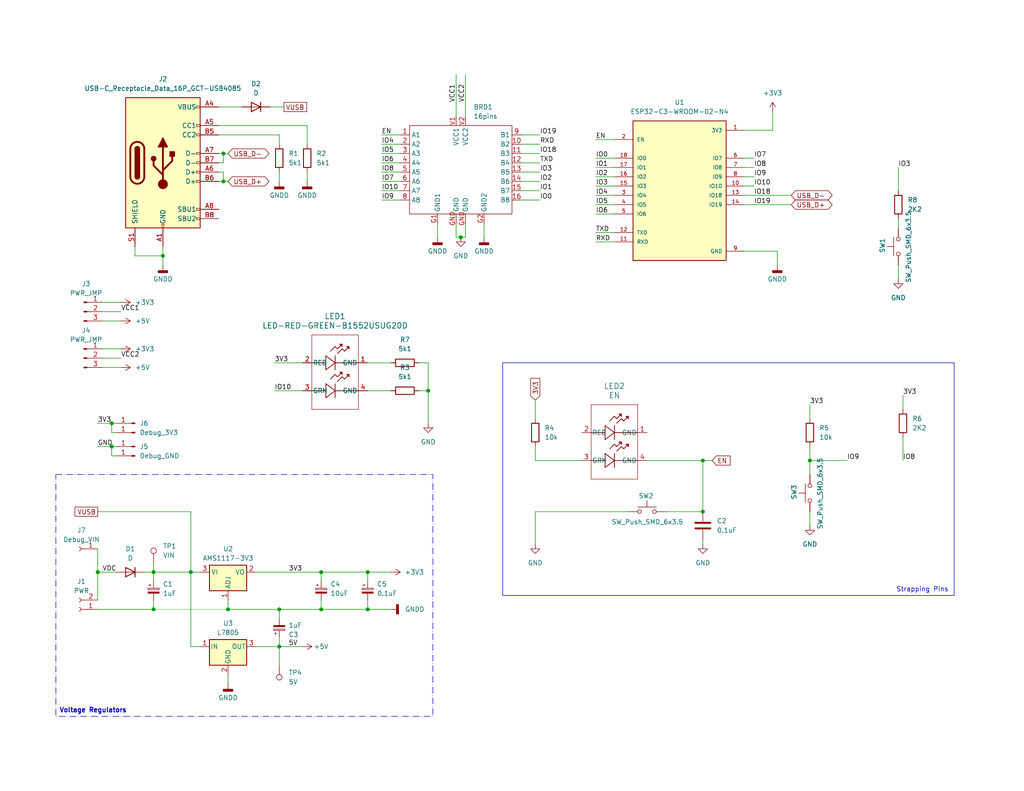
<source format=kicad_sch>
(kicad_sch (version 20231120) (generator "eeschema") (generator_version "8.0")
  (paper "USLetter")
  (title_block (title "ESP32-C3, Power Supply and Breadboard Adapter Combo") (date "2024-08-19") (rev "v2.5"))
  (lib_symbols
    (symbol "+5V_1" (power) (pin_numbers hide) (pin_names (offset 0) hide)
      (property "Value" "+5V" (at 0 3.556 0))
      (symbol "+5V_1_0_1"
        (polyline (pts (xy -0.762 1.27) (xy 0 2.54)))
        (polyline (pts (xy 0 0) (xy 0 2.54)))
        (polyline (pts (xy 0 2.54) (xy 0.762 1.27)))
      )
      (symbol "+5V_1_1_1"
        (pin power_in line (at 0 0 90) (length 0) (name "~") (number "1"))
      )
    )
    (symbol "Alexander KiCad Libraries:AMS1117-3V3" (exclude_from_sim yes)
      (property "Reference" "U" (at 0 -0.254 0))
      (property "Value" "AMS1117-3V3" (at -0.508 1.778 0))
      (symbol "AMS1117-3V3_0_1"
        (rectangle (start -5.08 -8.89) (end 5.08 -1.905) (stroke (width 0.254)) (fill (type background)))
      )
      (symbol "AMS1117-3V3_1_1"
        (pin power_out line (at 0 -11.43 90) (length 2.54) (name "ADJ") (number "1"))
        (pin power_out line (at 7.62 -3.81 180) (length 2.54) (name "VO") (number "2"))
        (pin power_in line (at -7.62 -3.81 0) (length 2.54) (name "VI") (number "3"))
      )
    )
    (symbol "Alexander KiCad Libraries:BRD-PowerAdapter-ESP32C3"
      (property "Reference" "BRD" (at -11.176 3.302 0))
      (property "Value" "16pins" (at 0.508 -10.922 0))
      (symbol "BRD-PowerAdapter-ESP32C3_0_1"
        (rectangle (start -13.97 0) (end 13.97 -24.13))
      )
      (symbol "BRD-PowerAdapter-ESP32C3_1_0"
        (pin bidirectional line (at 16.51 -5.08 180) (length 2.54) (name "B2") (number "10"))
        (pin bidirectional line (at 16.51 -7.62 180) (length 2.54) (name "B3") (number "11"))
        (pin bidirectional line (at 16.51 -10.16 180) (length 2.54) (name "B4") (number "12"))
        (pin bidirectional line (at 16.51 -12.7 180) (length 2.54) (name "B5") (number "13"))
        (pin bidirectional line (at 16.51 -15.24 180) (length 2.54) (name "B6") (number "14"))
        (pin bidirectional line (at 16.51 -17.78 180) (length 2.54) (name "B7") (number "15"))
        (pin bidirectional line (at 16.51 -20.32 180) (length 2.54) (name "B8") (number "16"))
        (pin bidirectional line (at -16.51 -5.08 0) (length 2.54) (name "A2") (number "2"))
        (pin bidirectional line (at -16.51 -7.62 0) (length 2.54) (name "A3") (number "3"))
        (pin bidirectional line (at -16.51 -10.16 0) (length 2.54) (name "A4") (number "4"))
        (pin bidirectional line (at -16.51 -12.7 0) (length 2.54) (name "A5") (number "5"))
        (pin bidirectional line (at -16.51 -15.24 0) (length 2.54) (name "A6") (number "6"))
        (pin bidirectional line (at -16.51 -17.78 0) (length 2.54) (name "A7") (number "7"))
        (pin bidirectional line (at -16.51 -20.32 0) (length 2.54) (name "A8") (number "8"))
      )
      (symbol "BRD-PowerAdapter-ESP32C3_1_1"
        (pin bidirectional line (at -16.51 -2.54 0) (length 2.54) (name "A1") (number "1"))
        (pin input line (at 16.51 -2.54 180) (length 2.54) (name "B1") (number "9"))
        (pin input line (at -6.35 -26.67 90) (length 2.54) (name "GND1") (number "G1"))
        (pin input line (at 6.35 -26.67 90) (length 2.54) (name "GND2") (number "G2"))
        (pin input line (at -1.27 -26.67 90) (length 2.54) (name "GND") (number "GND"))
        (pin input line (at 1.27 -26.67 90) (length 2.54) (name "GND") (number "GND"))
        (pin input line (at -1.27 2.54 270) (length 2.54) (name "VCC1") (number "V1"))
        (pin input line (at 1.27 2.54 270) (length 2.54) (name "VCC2") (number "V2"))
      )
    )
    (symbol "Alexander KiCad Libraries:Conn_Debug_01x02_Pin" (pin_names (offset 1.016) hide)
      (property "Reference" "J" (at 0 2.54 0))
      (property "Value" "Conn_Debug_01x02_Pin" (at 0 -5.08 0))
      (symbol "Conn_Debug_01x02_Pin_1_1"
        (polyline (pts (xy 1.27 -2.54) (xy 0.8636 -2.54)) (stroke (width 0.1524)))
        (polyline (pts (xy 1.27 0) (xy 0.8636 0)) (stroke (width 0.1524)))
        (rectangle (start 0.8636 -2.413) (end 0 -2.667) (stroke (width 0.1524)) (fill (type outline)))
        (rectangle (start 0.8636 0.127) (end 0 -0.127) (stroke (width 0.1524)) (fill (type outline)))
        (pin passive line (at 5.08 -2.54 180) (length 3.81) (name "DBG") (number "1"))
        (pin passive line (at 5.08 0 180) (length 3.81) (name "DBG") (number "1"))
      )
    )
    (symbol "Alexander KiCad Libraries:ESP32-C3-WROOM-02-N4" (pin_names (offset 1.016))
      (property "Reference" "U" (at -12.7 21.082 0))
      (property "Value" "ESP32-C3-WROOM-02-N4" (at -13.208 -19.05 0))
      (symbol "ESP32-C3-WROOM-02-N4_0_0"
        (rectangle (start -12.7 20.32) (end 12.7 -17.78) (stroke (width 0.254)) (fill (type background)))
        (pin power_in line (at 17.78 17.78 180) (length 5.08) (name "3V3") (number "1"))
        (pin bidirectional line (at 17.78 2.54 180) (length 5.08) (name "IO10") (number "10"))
        (pin bidirectional line (at -17.78 -12.7 0) (length 5.08) (name "RXD") (number "11"))
        (pin bidirectional line (at -17.78 -10.16 0) (length 5.08) (name "TXD") (number "12"))
        (pin bidirectional line (at 17.78 0 180) (length 5.08) (name "IO18") (number "13"))
        (pin bidirectional line (at 17.78 -2.54 180) (length 5.08) (name "IO19") (number "14"))
        (pin bidirectional line (at -17.78 2.54 0) (length 5.08) (name "IO3") (number "15"))
        (pin bidirectional line (at -17.78 5.08 0) (length 5.08) (name "IO2") (number "16"))
        (pin bidirectional line (at -17.78 7.62 0) (length 5.08) (name "IO1") (number "17"))
        (pin bidirectional line (at -17.78 10.16 0) (length 5.08) (name "IO0") (number "18"))
        (pin power_in line (at 17.78 -15.24 180) (length 5.08) hide (name "GND__1") (number "19"))
        (pin input line (at -17.78 15.24 0) (length 5.08) (name "EN") (number "2"))
        (pin power_in line (at 17.78 -15.24 180) (length 5.08) hide (name "GND__2") (number "20"))
        (pin power_in line (at 17.78 -15.24 180) (length 5.08) hide (name "GND__3") (number "21"))
        (pin power_in line (at 17.78 -15.24 180) (length 5.08) hide (name "GND__4") (number "22"))
        (pin power_in line (at 17.78 -15.24 180) (length 5.08) hide (name "GND__5") (number "23"))
        (pin power_in line (at 17.78 -15.24 180) (length 5.08) hide (name "GND__6") (number "24"))
        (pin power_in line (at 17.78 -15.24 180) (length 5.08) hide (name "GND__7") (number "25"))
        (pin power_in line (at 17.78 -15.24 180) (length 5.08) hide (name "GND__8") (number "26"))
        (pin power_in line (at 17.78 -15.24 180) (length 5.08) hide (name "GND__9") (number "27"))
        (pin power_in line (at 17.78 -15.24 180) (length 5.08) hide (name "GND__10") (number "28"))
        (pin power_in line (at 17.78 -15.24 180) (length 5.08) hide (name "GND__11") (number "29"))
        (pin bidirectional line (at -17.78 0 0) (length 5.08) (name "IO4") (number "3"))
        (pin power_in line (at 17.78 -15.24 180) (length 5.08) hide (name "GND__12") (number "30"))
        (pin power_in line (at 17.78 -15.24 180) (length 5.08) hide (name "GND__13") (number "31"))
        (pin power_in line (at 17.78 -15.24 180) (length 5.08) hide (name "GND__14") (number "32"))
        (pin power_in line (at 17.78 -15.24 180) (length 5.08) hide (name "GND__15") (number "33"))
        (pin power_in line (at 17.78 -15.24 180) (length 5.08) hide (name "GND__16") (number "34"))
        (pin power_in line (at 17.78 -15.24 180) (length 5.08) hide (name "GND__17") (number "35"))
        (pin power_in line (at 17.78 -15.24 180) (length 5.08) hide (name "GND__18") (number "36"))
        (pin power_in line (at 17.78 -15.24 180) (length 5.08) hide (name "GND__19") (number "37"))
        (pin power_in line (at 17.78 -15.24 180) (length 5.08) hide (name "GND__20") (number "38"))
        (pin power_in line (at 17.78 -15.24 180) (length 5.08) hide (name "GND__21") (number "39"))
        (pin bidirectional line (at -17.78 -2.54 0) (length 5.08) (name "IO5") (number "4"))
        (pin bidirectional line (at -17.78 -5.08 0) (length 5.08) (name "IO6") (number "5"))
        (pin bidirectional line (at 17.78 10.16 180) (length 5.08) (name "IO7") (number "6"))
        (pin bidirectional line (at 17.78 7.62 180) (length 5.08) (name "IO8") (number "7"))
        (pin bidirectional line (at 17.78 5.08 180) (length 5.08) (name "IO9") (number "8"))
        (pin power_in line (at 17.78 -15.24 180) (length 5.08) (name "GND") (number "9"))
      )
    )
    (symbol "Alexander Symbol Library:USB-C_Receptacle_Data_16P_GCT-USB4085" (pin_names (offset 1.016))
      (property "Reference" "J" (at 0 22.225 0))
      (property "Value" "USB-C_Receptacle_Data_16P_GCT-USB4085" (at 0 19.685 0))
      (symbol "USB-C_Receptacle_Data_16P_GCT-USB4085_0_0"
        (rectangle (start -0.254 -17.78) (end 0.254 -16.764))
        (rectangle (start 10.16 -14.986) (end 9.144 -15.494))
        (rectangle (start 10.16 -12.446) (end 9.144 -12.954))
        (rectangle (start 10.16 -4.826) (end 9.144 -5.334))
        (rectangle (start 10.16 -2.286) (end 9.144 -2.794))
        (rectangle (start 10.16 0.254) (end 9.144 -0.254))
        (rectangle (start 10.16 2.794) (end 9.144 2.286))
        (rectangle (start 10.16 7.874) (end 9.144 7.366))
        (rectangle (start 10.16 10.414) (end 9.144 9.906))
        (rectangle (start 10.16 15.494) (end 9.144 14.986))
      )
      (symbol "USB-C_Receptacle_Data_16P_GCT-USB4085_0_1"
        (rectangle (start -10.16 17.78) (end 10.16 -17.78) (stroke (width 0.254)) (fill (type background)))
        (arc (start -8.89 -3.81) (mid -6.985 -5.7067) (end -5.08 -3.81) (stroke (width 0.508)))
        (arc (start -7.62 -3.81) (mid -6.985 -4.4423) (end -6.35 -3.81) (stroke (width 0.254)))
        (arc (start -7.62 -3.81) (mid -6.985 -4.4423) (end -6.35 -3.81) (stroke (width 0.254)) (fill (type outline)))
        (rectangle (start -7.62 -3.81) (end -6.35 3.81) (stroke (width 0.254)) (fill (type outline)))
        (arc (start -6.35 3.81) (mid -6.985 4.4423) (end -7.62 3.81) (stroke (width 0.254)))
        (arc (start -6.35 3.81) (mid -6.985 4.4423) (end -7.62 3.81) (stroke (width 0.254)) (fill (type outline)))
        (arc (start -5.08 3.81) (mid -6.985 5.7067) (end -8.89 3.81) (stroke (width 0.508)))
        (circle (center -2.54 1.143) (radius 0.635) (stroke (width 0.254)) (fill (type outline)))
        (circle (center 0 -5.842) (radius 1.27) (fill (type outline)))
        (polyline (pts (xy -8.89 -3.81) (xy -8.89 3.81)) (stroke (width 0.508)))
        (polyline (pts (xy -5.08 3.81) (xy -5.08 -3.81)) (stroke (width 0.508)))
        (polyline (pts (xy 0 -5.842) (xy 0 4.318)) (stroke (width 0.508)))
        (polyline (pts (xy 0 -3.302) (xy -2.54 -0.762) (xy -2.54 0.508)) (stroke (width 0.508)))
        (polyline (pts (xy 0 -2.032) (xy 2.54 0.508) (xy 2.54 1.778)) (stroke (width 0.508)))
        (polyline (pts (xy -1.27 4.318) (xy 0 6.858) (xy 1.27 4.318) (xy -1.27 4.318)) (stroke (width 0.254)) (fill (type outline)))
        (rectangle (start 1.905 1.778) (end 3.175 3.048) (stroke (width 0.254)) (fill (type outline)))
      )
      (symbol "USB-C_Receptacle_Data_16P_GCT-USB4085_1_1"
        (pin power_in line (at 0 -22.86 90) (length 5.08) (name "GND") (number "A1"))
        (pin power_in line (at 0 -22.86 90) (length 5.08) hide (name "GND") (number "A12"))
        (pin power_out line (at 15.24 15.24 180) (length 5.08) (name "VBUS") (number "A4"))
        (pin bidirectional line (at 15.24 10.16 180) (length 5.08) (name "CC1") (number "A5"))
        (pin bidirectional line (at 15.24 -2.54 180) (length 5.08) (name "D+") (number "A6"))
        (pin bidirectional line (at 15.24 2.54 180) (length 5.08) (name "D-") (number "A7"))
        (pin bidirectional line (at 15.24 -12.7 180) (length 5.08) (name "SBU1") (number "A8"))
        (pin power_out line (at 15.24 15.24 180) (length 5.08) hide (name "VBUS") (number "A9"))
        (pin power_in line (at 0 -22.86 90) (length 5.08) hide (name "GND") (number "B1"))
        (pin power_in line (at 0 -22.86 90) (length 5.08) hide (name "GND") (number "B12"))
        (pin power_out line (at 15.24 15.24 180) (length 5.08) hide (name "VBUS") (number "B4"))
        (pin bidirectional line (at 15.24 7.62 180) (length 5.08) (name "CC2") (number "B5"))
        (pin bidirectional line (at 15.24 -5.08 180) (length 5.08) (name "D+") (number "B6"))
        (pin bidirectional line (at 15.24 0 180) (length 5.08) (name "D-") (number "B7"))
        (pin bidirectional line (at 15.24 -15.24 180) (length 5.08) (name "SBU2") (number "B8"))
        (pin passive line (at 15.24 15.24 180) (length 5.08) hide (name "VBUS") (number "B9"))
        (pin power_in line (at -7.62 -22.86 90) (length 5.08) (name "SHIELD") (number "S1"))
        (pin power_in line (at -7.62 -22.86 90) (length 5.08) hide (name "SHIELD") (number "S2"))
        (pin power_in line (at -7.62 -22.86 90) (length 5.08) hide (name "SHIELD") (number "S3"))
        (pin power_in line (at -7.62 -22.86 90) (length 5.08) hide (name "SHIELD") (number "S4"))
      )
    )
    (symbol "Alexander_Library_Symbols:LED-RED-GREEN-B1552USUG20D" (pin_names (offset 0.254))
      (property "Reference" "LED" (at 8.89 20.955 0))
      (property "Value" "LED-RED-GREEN-B1552USUG20D" (at 8.89 17.78 0))
      (symbol "LED-RED-GREEN-B1552USUG20D_0_1"
        (polyline (pts (xy 2.54 -12.7) (xy 15.24 -12.7)) (stroke (width 0.127)))
        (polyline (pts (xy 2.54 -7.62) (xy 6.0198 -7.62)) (stroke (width 0.2032)))
        (polyline (pts (xy 2.54 0) (xy 6.0198 0)) (stroke (width 0.2032)))
        (polyline (pts (xy 2.54 7.62) (xy 2.54 -12.7)) (stroke (width 0.127)))
        (polyline (pts (xy 5.715 -7.62) (xy 6.35 -7.62)) (stroke (width 0.2032)))
        (polyline (pts (xy 5.715 0) (xy 6.35 0)) (stroke (width 0.2032)))
        (polyline (pts (xy 6.35 -9.525) (xy 8.89 -7.62)) (stroke (width 0.2032)))
        (polyline (pts (xy 6.35 -5.715) (xy 6.35 -9.525)) (stroke (width 0.2032)))
        (polyline (pts (xy 6.35 -1.905) (xy 8.89 0)) (stroke (width 0.2032)))
        (polyline (pts (xy 6.35 1.905) (xy 6.35 -1.905)) (stroke (width 0.2032)))
        (polyline (pts (xy 7.62 -4.445) (xy 8.89 -3.175)) (stroke (width 0.2032)))
        (polyline (pts (xy 7.62 3.175) (xy 8.89 4.445)) (stroke (width 0.2032)))
        (polyline (pts (xy 8.89 -9.525) (xy 8.89 -5.715)) (stroke (width 0.2032)))
        (polyline (pts (xy 8.89 -7.62) (xy 6.35 -5.715)) (stroke (width 0.2032)))
        (polyline (pts (xy 8.89 -7.62) (xy 15.24 -7.62)) (stroke (width 0.2032)))
        (polyline (pts (xy 8.89 -3.175) (xy 9.525 -3.81)) (stroke (width 0.2032)))
        (polyline (pts (xy 8.89 -1.905) (xy 8.89 1.905)) (stroke (width 0.2032)))
        (polyline (pts (xy 8.89 0) (xy 6.35 1.905)) (stroke (width 0.2032)))
        (polyline (pts (xy 8.89 0) (xy 15.24 0)) (stroke (width 0.2032)))
        (polyline (pts (xy 8.89 4.445) (xy 9.525 3.81)) (stroke (width 0.2032)))
        (polyline (pts (xy 9.525 -5.08) (xy 10.795 -3.81)) (stroke (width 0.2032)))
        (polyline (pts (xy 9.525 -3.81) (xy 10.795 -2.54)) (stroke (width 0.2032)))
        (polyline (pts (xy 9.525 2.54) (xy 10.795 3.81)) (stroke (width 0.2032)))
        (polyline (pts (xy 9.525 3.81) (xy 10.795 5.08)) (stroke (width 0.2032)))
        (polyline (pts (xy 10.16 -2.54) (xy 10.795 -3.175)) (stroke (width 0.2032)))
        (polyline (pts (xy 10.16 5.08) (xy 10.795 4.445)) (stroke (width 0.2032)))
        (polyline (pts (xy 10.795 -3.81) (xy 11.43 -4.445)) (stroke (width 0.2032)))
        (polyline (pts (xy 10.795 -3.175) (xy 10.795 -2.54)) (stroke (width 0.2032)))
        (polyline (pts (xy 10.795 -2.54) (xy 10.16 -2.54)) (stroke (width 0.2032)))
        (polyline (pts (xy 10.795 3.81) (xy 11.43 3.175)) (stroke (width 0.2032)))
        (polyline (pts (xy 10.795 4.445) (xy 10.795 5.08)) (stroke (width 0.2032)))
        (polyline (pts (xy 10.795 5.08) (xy 10.16 5.08)) (stroke (width 0.2032)))
        (polyline (pts (xy 11.43 -4.445) (xy 12.7 -3.175)) (stroke (width 0.2032)))
        (polyline (pts (xy 11.43 3.175) (xy 12.7 4.445)) (stroke (width 0.2032)))
        (polyline (pts (xy 12.065 -3.175) (xy 12.7 -3.81)) (stroke (width 0.2032)))
        (polyline (pts (xy 12.065 4.445) (xy 12.7 3.81)) (stroke (width 0.2032)))
        (polyline (pts (xy 12.7 -3.81) (xy 12.7 -3.175)) (stroke (width 0.2032)))
        (polyline (pts (xy 12.7 -3.175) (xy 12.065 -3.175)) (stroke (width 0.2032)))
        (polyline (pts (xy 12.7 3.81) (xy 12.7 4.445)) (stroke (width 0.2032)))
        (polyline (pts (xy 12.7 4.445) (xy 12.065 4.445)) (stroke (width 0.2032)))
        (polyline (pts (xy 15.24 -12.7) (xy 15.24 7.62)) (stroke (width 0.127)))
        (polyline (pts (xy 15.24 7.62) (xy 2.54 7.62)) (stroke (width 0.127)))
        (pin power_in line (at 17.78 0 180) (length 2.54) (name "GND") (number "1"))
        (pin power_out line (at 0 0 0) (length 2.54) (name "RED") (number "2"))
        (pin power_in line (at 0 -7.62 0) (length 2.54) (name "GRN") (number "3"))
        (pin power_out line (at 17.78 -7.62 180) (length 2.54) (name "GND") (number "4"))
      )
    )
    (symbol "Alexander_Library_Symbols:SW_Push_SMD_6x3.5" (pin_numbers hide) (pin_names (offset 1.016) hide)
      (property "Reference" "SW" (at 1.27 2.54 0))
      (property "Value" "SW_Push_SMD_6x3.5" (at 0 -1.524 0))
      (symbol "SW_Push_SMD_6x3.5_0_1"
        (circle (center -2.032 0) (radius 0.508))
        (polyline (pts (xy 0 1.27) (xy 0 3.048)))
        (polyline (pts (xy 2.54 1.27) (xy -2.54 1.27)))
        (circle (center 2.032 0) (radius 0.508))
        (pin passive line (at -5.08 0 0) (length 2.54) (name "1") (number "1"))
        (pin passive line (at 5.08 0 180) (length 2.54) (name "2") (number "2"))
      )
    )
    (symbol "Connector:Conn_01x01_Socket" (pin_names (offset 1.016) hide)
      (property "Reference" "J" (at 0 2.54 0))
      (property "Value" "Conn_01x01_Socket" (at 0 -2.54 0))
      (symbol "Conn_01x01_Socket_1_1"
        (polyline (pts (xy -1.27 0) (xy -0.508 0)) (stroke (width 0.1524)))
        (arc (start 0 0.508) (mid -0.5058 0) (end 0 -0.508) (stroke (width 0.1524)))
        (pin passive line (at -5.08 0 0) (length 3.81) (name "Pin_1") (number "1"))
      )
    )
    (symbol "Connector:Conn_01x02_Socket" (pin_names (offset 1.016) hide)
      (property "Reference" "J" (at 0 2.54 0))
      (property "Value" "Conn_01x02_Socket" (at 0 -5.08 0))
      (symbol "Conn_01x02_Socket_1_1"
        (arc (start 0 -2.032) (mid -0.5058 -2.54) (end 0 -3.048) (stroke (width 0.1524)))
        (polyline (pts (xy -1.27 -2.54) (xy -0.508 -2.54)) (stroke (width 0.1524)))
        (polyline (pts (xy -1.27 0) (xy -0.508 0)) (stroke (width 0.1524)))
        (arc (start 0 0.508) (mid -0.5058 0) (end 0 -0.508) (stroke (width 0.1524)))
        (pin passive line (at -5.08 0 0) (length 3.81) (name "Pin_1") (number "1"))
        (pin passive line (at -5.08 -2.54 0) (length 3.81) (name "Pin_2") (number "2"))
      )
    )
    (symbol "Connector:Conn_01x03_Pin" (pin_names (offset 1.016) hide)
      (property "Reference" "J" (at 0 5.08 0))
      (property "Value" "Conn_01x03_Pin" (at 0 -5.08 0))
      (symbol "Conn_01x03_Pin_1_1"
        (polyline (pts (xy 1.27 -2.54) (xy 0.8636 -2.54)) (stroke (width 0.1524)))
        (polyline (pts (xy 1.27 0) (xy 0.8636 0)) (stroke (width 0.1524)))
        (polyline (pts (xy 1.27 2.54) (xy 0.8636 2.54)) (stroke (width 0.1524)))
        (rectangle (start 0.8636 -2.413) (end 0 -2.667) (stroke (width 0.1524)) (fill (type outline)))
        (rectangle (start 0.8636 0.127) (end 0 -0.127) (stroke (width 0.1524)) (fill (type outline)))
        (rectangle (start 0.8636 2.667) (end 0 2.413) (stroke (width 0.1524)) (fill (type outline)))
        (pin passive line (at 5.08 2.54 180) (length 3.81) (name "Pin_1") (number "1"))
        (pin passive line (at 5.08 0 180) (length 3.81) (name "Pin_2") (number "2"))
        (pin passive line (at 5.08 -2.54 180) (length 3.81) (name "Pin_3") (number "3"))
      )
    )
    (symbol "Connector:TestPoint" (pin_numbers hide) (pin_names (offset 0.762) hide)
      (property "Reference" "TP" (at 0 6.858 0))
      (property "Value" "TestPoint" (at 0 5.08 0))
      (symbol "TestPoint_0_1"
        (circle (center 0 3.302) (radius 0.762))
      )
      (symbol "TestPoint_1_1"
        (pin passive line (at 0 0 90) (length 2.54) (name "1") (number "1"))
      )
    )
    (symbol "Device:C" (pin_numbers hide) (pin_names (offset 0.254))
      (property "Reference" "C" (at 0.635 2.54 0))
      (property "Value" "C" (at 0.635 -2.54 0))
      (symbol "C_0_1"
        (polyline (pts (xy -2.032 -0.762) (xy 2.032 -0.762)) (stroke (width 0.508)))
        (polyline (pts (xy -2.032 0.762) (xy 2.032 0.762)) (stroke (width 0.508)))
      )
      (symbol "C_1_1"
        (pin passive line (at 0 3.81 270) (length 2.794) (name "~") (number "1"))
        (pin passive line (at 0 -3.81 90) (length 2.794) (name "~") (number "2"))
      )
    )
    (symbol "Device:C_Polarized_Small" (pin_numbers hide) (pin_names (offset 0.254) hide)
      (property "Reference" "C" (at 0.254 1.778 0))
      (property "Value" "C_Polarized_Small" (at 0.254 -2.032 0))
      (symbol "C_Polarized_Small_0_1"
        (rectangle (start -1.524 -0.3048) (end 1.524 -0.6858) (fill (type outline)))
        (rectangle (start -1.524 0.6858) (end 1.524 0.3048))
        (polyline (pts (xy -1.27 1.524) (xy -0.762 1.524)))
        (polyline (pts (xy -1.016 1.27) (xy -1.016 1.778)))
      )
      (symbol "C_Polarized_Small_1_1"
        (pin passive line (at 0 2.54 270) (length 1.8542) (name "~") (number "1"))
        (pin passive line (at 0 -2.54 90) (length 1.8542) (name "~") (number "2"))
      )
    )
    (symbol "Device:D" (pin_numbers hide) (pin_names (offset 1.016) hide)
      (property "Reference" "D" (at 0 2.54 0))
      (property "Value" "D" (at 0 -2.54 0))
      (symbol "D_0_1"
        (polyline (pts (xy -1.27 1.27) (xy -1.27 -1.27)) (stroke (width 0.254)))
        (polyline (pts (xy 1.27 0) (xy -1.27 0)))
        (polyline (pts (xy 1.27 1.27) (xy 1.27 -1.27) (xy -1.27 0) (xy 1.27 1.27)) (stroke (width 0.254)))
      )
      (symbol "D_1_1"
        (pin passive line (at -3.81 0 0) (length 2.54) (name "K") (number "1"))
        (pin passive line (at 3.81 0 180) (length 2.54) (name "A") (number "2"))
      )
    )
    (symbol "Device:R" (pin_numbers hide) (pin_names (offset 0))
      (property "Reference" "R" (at 2.032 0 90))
      (property "Value" "R" (at 0 0 90))
      (symbol "R_0_1"
        (rectangle (start -1.016 -2.54) (end 1.016 2.54) (stroke (width 0.254)))
      )
      (symbol "R_1_1"
        (pin passive line (at 0 3.81 270) (length 1.27) (name "~") (number "1"))
        (pin passive line (at 0 -3.81 90) (length 1.27) (name "~") (number "2"))
      )
    )
    (symbol "Regulator_Linear:L7805" (pin_names (offset 0.254))
      (property "Reference" "U4" (at 0 6.35 0))
      (property "Value" "L7805" (at 0 3.81 0))
      (symbol "L7805_0_1"
        (rectangle (start -5.08 1.905) (end 5.08 -5.08) (stroke (width 0.254)) (fill (type background)))
      )
      (symbol "L7805_1_1"
        (pin power_in line (at -7.62 0 0) (length 2.54) (name "IN") (number "1"))
        (pin power_in line (at 0 -7.62 90) (length 2.54) (name "GND") (number "2"))
        (pin power_out line (at 7.62 0 180) (length 2.54) (name "OUT") (number "3"))
      )
    )
    (symbol "power:+3V3" (power) (pin_numbers hide) (pin_names (offset 0) hide)
      (property "Value" "+3V3" (at 0 3.556 0))
      (symbol "+3V3_0_1"
        (polyline (pts (xy -0.762 1.27) (xy 0 2.54)))
        (polyline (pts (xy 0 0) (xy 0 2.54)))
        (polyline (pts (xy 0 2.54) (xy 0.762 1.27)))
      )
      (symbol "+3V3_1_1"
        (pin power_in line (at 0 0 90) (length 0) (name "~") (number "1"))
      )
    )
    (symbol "power:+5V" (power) (pin_names (offset 0))
      (property "Value" "+5V" (at 0 3.556 0))
      (symbol "+5V_0_1"
        (polyline (pts (xy -0.762 1.27) (xy 0 2.54)))
        (polyline (pts (xy 0 0) (xy 0 2.54)))
        (polyline (pts (xy 0 2.54) (xy 0.762 1.27)))
      )
      (symbol "+5V_1_1"
        (pin power_in line (at 0 0 90) (length 0) hide (name "+5V") (number "1"))
      )
    )
    (symbol "power:GND" (power) (pin_numbers hide) (pin_names (offset 0) hide)
      (property "Value" "GND" (at 0 -3.81 0))
      (symbol "GND_0_1"
        (polyline (pts (xy 0 0) (xy 0 -1.27) (xy 1.27 -1.27) (xy 0 -2.54) (xy -1.27 -1.27) (xy 0 -1.27)))
      )
      (symbol "GND_1_1"
        (pin power_in line (at 0 0 270) (length 0) (name "~") (number "1"))
      )
    )
    (symbol "power:GNDD" (power) (pin_numbers hide) (pin_names (offset 0) hide)
      (property "Value" "GNDD" (at 0 -3.175 0))
      (symbol "GNDD_0_1"
        (rectangle (start -1.27 -1.524) (end 1.27 -2.032) (stroke (width 0.254)) (fill (type outline)))
        (polyline (pts (xy 0 0) (xy 0 -1.524)))
      )
      (symbol "GNDD_1_1"
        (pin power_in line (at 0 0 270) (length 0) (name "~") (number "1"))
      )
    )
  )
  (junction (at 125.73 64.77))
  (junction (at 76.2 176.53))
  (junction (at 220.98 125.73))
  (junction (at 87.63 156.21))
  (junction (at 76.2 166.37))
  (junction (at 60.96 49.53))
  (junction (at 30.48 115.57))
  (junction (at 26.67 156.21))
  (junction (at 116.84 106.68))
  (junction (at 30.48 121.92))
  (junction (at 191.77 125.73))
  (junction (at 44.45 69.85))
  (junction (at 52.07 156.21))
  (junction (at 100.33 156.21))
  (junction (at 41.91 156.21))
  (junction (at 191.77 139.7))
  (junction (at 62.23 166.37))
  (junction (at 87.63 166.37))
  (junction (at 100.33 166.37))
  (junction (at 41.91 166.37))
  (junction (at 60.96 41.91))
  (wire (pts (xy 87.63 163.83) (xy 87.63 166.37)))
  (wire (pts (xy 124.46 64.77) (xy 125.73 64.77)))
  (wire (pts (xy 220.98 139.7) (xy 220.98 143.51)))
  (wire (pts (xy 26.67 121.92) (xy 30.48 121.92)))
  (wire (pts (xy 60.96 44.45) (xy 60.96 41.91)))
  (wire (pts (xy 203.2 68.58) (xy 212.09 68.58)))
  (wire (pts (xy 116.84 99.06) (xy 116.84 106.68)))
  (wire (pts (xy 210.82 35.56) (xy 203.2 35.56)))
  (wire (pts (xy 203.2 55.88) (xy 215.9 55.88)))
  (wire (pts (xy 203.2 53.34) (xy 215.9 53.34)))
  (wire (pts (xy 162.56 55.88) (xy 167.64 55.88)))
  (wire (pts (xy 220.98 121.92) (xy 220.98 125.73)))
  (wire (pts (xy 59.69 29.21) (xy 66.04 29.21)))
  (wire (pts (xy 146.05 125.73) (xy 146.05 121.92)))
  (wire (pts (xy 26.67 139.7) (xy 52.07 139.7)))
  (wire (pts (xy 181.61 139.7) (xy 191.77 139.7)))
  (wire (pts (xy 220.98 129.54) (xy 220.98 125.73)))
  (wire (pts (xy 27.94 95.25) (xy 33.02 95.25)))
  (wire (pts (xy 146.05 125.73) (xy 158.75 125.73)))
  (wire (pts (xy 76.2 173.99) (xy 76.2 176.53)))
  (wire (pts (xy 59.69 34.29) (xy 83.82 34.29)))
  (wire (pts (xy 220.98 110.49) (xy 220.98 114.3)))
  (wire (pts (xy 87.63 156.21) (xy 100.33 156.21)))
  (wire (pts (xy 26.67 115.57) (xy 30.48 115.57)))
  (wire (pts (xy 62.23 163.83) (xy 62.23 166.37)))
  (wire (pts (xy 246.38 119.38) (xy 246.38 125.73)))
  (wire (pts (xy 220.98 125.73) (xy 231.14 125.73)))
  (wire (pts (xy 142.24 41.91) (xy 147.32 41.91)))
  (wire (pts (xy 60.96 41.91) (xy 62.23 41.91)))
  (wire (pts (xy 30.48 121.92) (xy 31.75 121.92)))
  (wire (pts (xy 104.14 52.07) (xy 109.22 52.07)))
  (wire (pts (xy 87.63 156.21) (xy 87.63 158.75)))
  (wire (pts (xy 69.85 176.53) (xy 76.2 176.53)))
  (wire (pts (xy 27.94 85.09) (xy 33.02 85.09)))
  (wire (pts (xy 124.46 60.96) (xy 124.46 64.77)))
  (wire (pts (xy 76.2 176.53) (xy 76.2 181.61)))
  (wire (pts (xy 104.14 54.61) (xy 109.22 54.61)))
  (wire (pts (xy 59.69 41.91) (xy 60.96 41.91)))
  (wire (pts (xy 39.37 156.21) (xy 41.91 156.21)))
  (wire (pts (xy 54.61 176.53) (xy 52.07 176.53)))
  (wire (pts (xy 41.91 156.21) (xy 41.91 158.75)))
  (wire (pts (xy 104.14 46.99) (xy 109.22 46.99)))
  (wire (pts (xy 60.96 49.53) (xy 62.23 49.53)))
  (wire (pts (xy 162.56 53.34) (xy 167.64 53.34)))
  (wire (pts (xy 26.67 166.37) (xy 41.91 166.37)))
  (wire (pts (xy 69.85 156.21) (xy 87.63 156.21)))
  (wire (pts (xy 100.33 166.37) (xy 106.68 166.37)))
  (wire (pts (xy 83.82 46.99) (xy 83.82 49.53)))
  (wire (pts (xy 104.14 44.45) (xy 109.22 44.45)))
  (wire (pts (xy 76.2 46.99) (xy 76.2 49.53)))
  (wire (pts (xy 142.24 36.83) (xy 147.32 36.83)))
  (wire (pts (xy 142.24 52.07) (xy 147.32 52.07)))
  (wire (pts (xy 76.2 36.83) (xy 76.2 39.37)))
  (wire (pts (xy 74.93 106.68) (xy 82.55 106.68)))
  (wire (pts (xy 162.56 48.26) (xy 167.64 48.26)))
  (wire (pts (xy 52.07 139.7) (xy 52.07 156.21)))
  (wire (pts (xy 162.56 50.8) (xy 167.64 50.8)))
  (wire (pts (xy 62.23 184.15) (xy 62.23 186.69)))
  (wire (pts (xy 36.83 69.85) (xy 44.45 69.85)))
  (wire (pts (xy 124.46 20.32) (xy 124.46 31.75)))
  (wire (pts (xy 162.56 63.5) (xy 167.64 63.5)))
  (wire (pts (xy 142.24 44.45) (xy 147.32 44.45)))
  (wire (pts (xy 52.07 156.21) (xy 52.07 176.53)))
  (wire (pts (xy 114.3 106.68) (xy 116.84 106.68)))
  (wire (pts (xy 27.94 100.33) (xy 33.02 100.33)))
  (wire (pts (xy 162.56 66.04) (xy 167.64 66.04)))
  (wire (pts (xy 114.3 99.06) (xy 116.84 99.06)))
  (wire (pts (xy 36.83 67.31) (xy 36.83 69.85)))
  (wire (pts (xy 76.2 166.37) (xy 87.63 166.37)))
  (wire (pts (xy 191.77 148.59) (xy 191.77 147.32)))
  (wire (pts (xy 100.33 156.21) (xy 100.33 158.75)))
  (wire (pts (xy 31.75 124.46) (xy 30.48 124.46)))
  (wire (pts (xy 132.08 60.96) (xy 132.08 64.77)))
  (wire (pts (xy 245.11 72.39) (xy 245.11 76.2)))
  (wire (pts (xy 73.66 29.21) (xy 77.47 29.21)))
  (wire (pts (xy 100.33 163.83) (xy 100.33 166.37)))
  (wire (pts (xy 119.38 60.96) (xy 119.38 64.77)))
  (wire (pts (xy 142.24 39.37) (xy 147.32 39.37)))
  (wire (pts (xy 87.63 166.37) (xy 100.33 166.37)))
  (wire (pts (xy 100.33 156.21) (xy 106.68 156.21)))
  (wire (pts (xy 127 60.96) (xy 127 64.77)))
  (wire (pts (xy 104.14 36.83) (xy 109.22 36.83)))
  (wire (pts (xy 62.23 166.37) (xy 76.2 166.37)))
  (wire (pts (xy 142.24 54.61) (xy 147.32 54.61)))
  (wire (pts (xy 127 64.77) (xy 125.73 64.77)))
  (wire (pts (xy 104.14 49.53) (xy 109.22 49.53)))
  (wire (pts (xy 41.91 153.67) (xy 41.91 156.21)))
  (wire (pts (xy 100.33 106.68) (xy 106.68 106.68)))
  (wire (pts (xy 76.2 166.37) (xy 76.2 168.91)))
  (wire (pts (xy 116.84 106.68) (xy 116.84 115.57)))
  (wire (pts (xy 203.2 45.72) (xy 205.74 45.72)))
  (wire (pts (xy 162.56 38.1) (xy 167.64 38.1)))
  (wire (pts (xy 203.2 43.18) (xy 205.74 43.18)))
  (wire (pts (xy 212.09 68.58) (xy 212.09 72.39)))
  (wire (pts (xy 30.48 118.11) (xy 30.48 115.57)))
  (wire (pts (xy 146.05 109.22) (xy 146.05 114.3)))
  (wire (pts (xy 26.67 156.21) (xy 31.75 156.21)))
  (wire (pts (xy 26.67 149.86) (xy 26.67 156.21)))
  (wire (pts (xy 246.38 107.95) (xy 246.38 111.76)))
  (wire (pts (xy 41.91 163.83) (xy 41.91 166.37)))
  (wire (pts (xy 162.56 43.18) (xy 167.64 43.18)))
  (wire (pts (xy 191.77 139.7) (xy 191.77 125.73)))
  (wire (pts (xy 203.2 50.8) (xy 205.74 50.8)))
  (wire (pts (xy 162.56 58.42) (xy 167.64 58.42)))
  (wire (pts (xy 41.91 156.21) (xy 52.07 156.21)))
  (wire (pts (xy 191.77 125.73) (xy 194.31 125.73)))
  (wire (pts (xy 142.24 49.53) (xy 147.32 49.53)))
  (wire (pts (xy 245.11 62.23) (xy 245.11 59.69)))
  (wire (pts (xy 59.69 36.83) (xy 76.2 36.83)))
  (wire (pts (xy 59.69 46.99) (xy 60.96 46.99)))
  (wire (pts (xy 146.05 139.7) (xy 171.45 139.7)))
  (wire (pts (xy 44.45 69.85) (xy 44.45 72.39)))
  (wire (pts (xy 162.56 45.72) (xy 167.64 45.72)))
  (wire (pts (xy 44.45 67.31) (xy 44.45 69.85)))
  (wire (pts (xy 210.82 30.48) (xy 210.82 35.56)))
  (wire (pts (xy 41.91 166.37) (xy 62.23 166.37)) (stroke (width 0.0254)))
  (wire (pts (xy 176.53 125.73) (xy 191.77 125.73)))
  (wire (pts (xy 76.2 176.53) (xy 82.55 176.53)))
  (wire (pts (xy 127 20.32) (xy 127 31.75)))
  (wire (pts (xy 60.96 46.99) (xy 60.96 49.53)))
  (wire (pts (xy 74.93 99.06) (xy 82.55 99.06)))
  (wire (pts (xy 146.05 139.7) (xy 146.05 148.59)))
  (wire (pts (xy 27.94 82.55) (xy 33.02 82.55)))
  (wire (pts (xy 52.07 156.21) (xy 54.61 156.21)))
  (wire (pts (xy 27.94 97.79) (xy 33.02 97.79)))
  (wire (pts (xy 26.67 156.21) (xy 26.67 163.83)))
  (wire (pts (xy 245.11 45.72) (xy 245.11 52.07)))
  (wire (pts (xy 30.48 124.46) (xy 30.48 121.92)))
  (wire (pts (xy 30.48 115.57) (xy 31.75 115.57)))
  (wire (pts (xy 142.24 46.99) (xy 147.32 46.99)))
  (wire (pts (xy 104.14 41.91) (xy 109.22 41.91)))
  (wire (pts (xy 59.69 44.45) (xy 60.96 44.45)))
  (wire (pts (xy 104.14 39.37) (xy 109.22 39.37)))
  (wire (pts (xy 100.33 99.06) (xy 106.68 99.06)))
  (wire (pts (xy 59.69 49.53) (xy 60.96 49.53)))
  (wire (pts (xy 203.2 48.26) (xy 205.74 48.26)))
  (wire (pts (xy 83.82 34.29) (xy 83.82 39.37)))
  (wire (pts (xy 27.94 87.63) (xy 33.02 87.63)))
  (wire (pts (xy 31.75 118.11) (xy 30.48 118.11)))
  (rectangle (start 15.24 129.54) (end 118.11 195.58) (stroke (width 0) (type dash_dot)))
  (rectangle (start 137.16 99.06) (end 260.35 162.56))
  (text "Strapping Pins" (at 258.826 161.036 0) (effects (font (size 1.27 1.27)) (justify right)))
  (text "Voltage Regulators" (at 25.4 193.294 0) (effects (font (size 1.27 1.27) (thickness 0.254) (bold yes)) (justify top)))
  (label "IO6" (at 162.56 58.42 0))
  (label "5V" (at 78.74 176.53 0))
  (label "IO10" (at 205.74 50.8 0))
  (label "3V3" (at 246.38 107.95 0))
  (label "RXD" (at 147.32 39.37 0))
  (label "IO1" (at 162.56 45.72 0))
  (label "IO18" (at 147.32 41.91 0))
  (label "IO3" (at 162.56 50.8 0))
  (label "IO2" (at 147.32 49.53 0))
  (label "RXD" (at 162.56 66.04 0))
  (label "VCC2" (at 127 27.94 90))
  (label "IO1" (at 147.32 52.07 0))
  (label "IO10" (at 74.93 106.68 0))
  (label "VCC2" (at 33.02 97.79 0))
  (label "IO6" (at 104.14 44.45 0))
  (label "3V3" (at 26.67 115.57 0))
  (label "IO19" (at 205.74 55.88 0))
  (label "IO0" (at 162.56 43.18 0))
  (label "TXD" (at 147.32 44.45 0))
  (label "3V3" (at 220.98 110.49 0))
  (label "VDC" (at 27.94 156.21 0))
  (label "IO10" (at 104.14 52.07 0))
  (label "IO2" (at 162.56 48.26 0))
  (label "IO5" (at 162.56 55.88 0))
  (label "IO3" (at 147.32 46.99 0))
  (label "IO9" (at 231.14 125.73 0))
  (label "EN" (at 162.56 38.1 0))
  (label "IO4" (at 104.14 39.37 0))
  (label "EN" (at 104.14 36.83 0))
  (label "IO8" (at 246.38 125.73 0))
  (label "GND" (at 26.67 121.92 0))
  (label "TXD" (at 162.56 63.5 0))
  (label "IO3" (at 245.11 45.72 0))
  (label "IO7" (at 104.14 49.53 0))
  (label "IO7" (at 205.74 43.18 0))
  (label "3V3" (at 78.74 156.21 0))
  (label "IO8" (at 104.14 46.99 0))
  (label "IO0" (at 147.32 54.61 0))
  (label "IO18" (at 205.74 53.34 0))
  (label "VCC1" (at 33.02 85.09 0))
  (label "IO4" (at 162.56 53.34 0))
  (label "IO19" (at 147.32 36.83 0))
  (label "IO9" (at 104.14 54.61 0))
  (label "IO9" (at 205.74 48.26 0))
  (label "IO5" (at 104.14 41.91 0))
  (label "IO8" (at 205.74 45.72 0))
  (label "3V3" (at 74.93 99.06 0))
  (label "VCC1" (at 124.46 27.94 90))
  (global_label "USB_D+" (shape bidirectional) (at 215.9 55.88 0) (property "Intersheetrefs" "${INTERSHEET_REFS}" (effects (hide yes))))
  (global_label "3V3" (shape input) (at 146.05 109.22 90) (property "Intersheetrefs" "${INTERSHEET_REFS}" (effects (hide yes))))
  (global_label "USB_D+" (shape bidirectional) (at 62.23 49.53 0) (property "Intersheetrefs" "${INTERSHEET_REFS}" (effects (hide yes))))
  (global_label "EN" (shape input) (at 194.31 125.73 0) (property "Intersheetrefs" "${INTERSHEET_REFS}" (effects (hide yes))))
  (global_label "USB_D-" (shape bidirectional) (at 215.9 53.34 0) (property "Intersheetrefs" "${INTERSHEET_REFS}" (effects (hide yes))))
  (global_label "USB_D-" (shape bidirectional) (at 62.23 41.91 0) (property "Intersheetrefs" "${INTERSHEET_REFS}" (effects (hide yes))))
  (global_label "VUSB" (shape passive) (at 26.67 139.7 180) (property "Intersheetrefs" "${INTERSHEET_REFS}" (effects (hide yes))))
  (global_label "VUSB" (shape passive) (at 77.47 29.21 0) (property "Intersheetrefs" "${INTERSHEET_REFS}" (effects (hide yes))))
  (symbol (lib_id "Device:D") (at 35.56 156.21 180) (unit 1)
    (property "Reference" "D1" (at 35.56 149.86 0))
    (property "Value" "D" (at 35.56 152.4 0))
    (property "Footprint" "Diode_SMD:D_1210_3225Metric" (effects (hide yes)))
    (property "Description" "Diode" (effects (hide yes)))
    (property "Sim.Device" "D" (effects (hide yes)))
    (property "Sim.Pins" "1=K 2=A" (effects (hide yes)))
  )
  (symbol (lib_id "power:+5V") (at 82.55 176.53 270) (unit 1)
    (property "Reference" "#PWR09" (effects (hide yes)))
    (property "Value" "+5V" (at 87.63 176.53 90))
  )
  (symbol (lib_id "power:GND") (at 146.05 148.59 0) (unit 1)
    (property "Reference" "#PWR020" (effects (hide yes)))
    (property "Value" "GND" (at 146.05 153.67 0))
    (property "Description" "Power symbol creates a global label with name \"GND\" , ground" (effects (hide yes)))
  )
  (symbol (lib_id "Device:R") (at 246.38 115.57 0) (unit 1)
    (property "Reference" "R6" (at 248.92 114.2999 0) (effects (justify left)))
    (property "Value" "2K2" (at 248.92 116.8399 0) (effects (justify left)))
    (property "Footprint" "Resistor_SMD:R_1206_3216Metric_Pad1.30x1.75mm_HandSolder" (effects (hide yes)))
    (property "Description" "Resistor" (effects (hide yes)))
  )
  (symbol (lib_id "Connector:Conn_01x03_Pin") (at 22.86 97.79 0) (unit 1)
    (property "Reference" "J4" (at 23.495 90.17 0))
    (property "Value" "PWR_JMP" (at 23.495 92.71 0))
    (property "Footprint" "Connector_PinHeader_2.54mm:PinHeader_1x03_P2.54mm_Vertical" (effects (hide yes)))
    (property "Description" "Generic connector, single row, 01x03, script generated" (effects (hide yes)))
  )
  (symbol (lib_id "Alexander_Library_Symbols:LED-RED-GREEN-B1552USUG20D") (at 82.55 99.06 0) (unit 1)
    (property "Reference" "LED1" (at 91.44 86.36 0) (effects (font (size 1.524 1.524))))
    (property "Value" "LED-RED-GREEN-B1552USUG20D" (at 91.44 88.9 0) (effects (font (size 1.524 1.524))))
    (property "Footprint" "Alexander Footprint Library:LED_B1552_HVK-M" (effects (hide yes)))
    (property "Datasheet" "B1552USUG20D000113U1930" (effects (hide yes)))
  )
  (symbol (lib_id "Alexander_Library_Symbols:SW_Push_SMD_6x3.5") (at 245.11 67.31 90) (mirror x) (unit 1)
    (property "Reference" "SW1" (at 240.792 69.088 0) (effects (justify right)))
    (property "Value" "SW_Push_SMD_6x3.5" (at 247.904 77.216 0) (effects (justify right)))
    (property "Footprint" "Alexander Footprint Library:SW_PUSH_6x3.5mm" (effects (hide yes)))
  )
  (symbol (lib_id "Alexander KiCad Libraries:BRD-PowerAdapter-ESP32C3") (at 125.73 34.29 0) (unit 1)
    (property "Reference" "BRD1" (at 129.1941 29.21 0) (effects (justify left)))
    (property "Value" "16pins" (at 129.1941 31.75 0) (effects (justify left)))
    (property "Footprint" "Alexander Footprint Library:BreadBoard-PowerAdapter-ESP32C3" (effects (hide yes)))
    (property "Description" "BRD PowerAdapter" (effects (hide yes)))
  )
  (symbol (lib_id "Device:R") (at 83.82 43.18 180) (unit 1)
    (property "Reference" "R2" (at 86.36 41.9099 0) (effects (justify right)))
    (property "Value" "5k1" (at 86.36 44.4499 0) (effects (justify right)))
    (property "Footprint" "Resistor_SMD:R_1206_3216Metric_Pad1.30x1.75mm_HandSolder" (effects (hide yes)))
    (property "Description" "Resistor" (effects (hide yes)))
  )
  (symbol (lib_name "+5V_1") (lib_id "power:+5V") (at 33.02 100.33 270) (unit 1)
    (property "Reference" "#PWR016" (effects (hide yes)))
    (property "Value" "+5V" (at 36.83 100.3299 90) (effects (justify left)))
    (property "Description" "Power symbol creates a global label with name \"+5V\"" (effects (hide yes)))
  )
  (symbol (lib_id "power:GNDD") (at 44.45 72.39 0) (unit 1)
    (property "Reference" "#PWR012" (effects (hide yes)))
    (property "Value" "GNDD" (at 44.45 76.2 0))
    (property "Description" "Power symbol creates a global label with name \"GNDD\" , digital ground" (effects (hide yes)))
  )
  (symbol (lib_id "Device:R") (at 220.98 118.11 0) (unit 1)
    (property "Reference" "R5" (at 223.52 116.8399 0) (effects (justify left)))
    (property "Value" "10k" (at 223.52 119.3799 0) (effects (justify left)))
    (property "Footprint" "Resistor_SMD:R_1206_3216Metric_Pad1.30x1.75mm_HandSolder" (effects (hide yes)))
    (property "Description" "Resistor" (effects (hide yes)))
  )
  (symbol (lib_id "Device:C_Polarized_Small") (at 87.63 161.29 0) (unit 1)
    (property "Reference" "C4" (at 90.17 159.4738 0) (effects (justify left)))
    (property "Value" "10uF" (at 90.17 162.0138 0) (effects (justify left)))
    (property "Footprint" "Capacitor_SMD:CP_Elec_3x5.3" (effects (hide yes)))
  )
  (symbol (lib_id "power:GNDD") (at 119.38 64.77 0) (unit 1)
    (property "Reference" "#PWR02" (effects (hide yes)))
    (property "Value" "GNDD" (at 119.38 68.58 0))
    (property "Description" "Power symbol creates a global label with name \"GNDD\" , digital ground" (effects (hide yes)))
  )
  (symbol (lib_id "power:GND") (at 116.84 115.57 0) (unit 1)
    (property "Reference" "#PWR017" (effects (hide yes)))
    (property "Value" "GND" (at 116.84 120.65 0))
    (property "Description" "Power symbol creates a global label with name \"GND\" , ground" (effects (hide yes)))
  )
  (symbol (lib_id "Device:C") (at 191.77 143.51 0) (unit 1) (on_board no)
    (property "Reference" "C2" (at 195.58 142.2399 0) (effects (justify left)))
    (property "Value" "0.1uF" (at 195.58 144.7799 0) (effects (justify left)))
    (property "Footprint" "Resistor_SMD:R_0612_1632Metric_Pad1.18x3.40mm_HandSolder" (effects (hide yes)))
    (property "Description" "Unpolarized capacitor" (effects (hide yes)))
  )
  (symbol (lib_id "Device:R") (at 110.49 99.06 270) (unit 1)
    (property "Reference" "R7" (at 110.49 92.71 90))
    (property "Value" "5k1" (at 110.49 95.25 90))
    (property "Footprint" "Resistor_SMD:R_1206_3216Metric_Pad1.30x1.75mm_HandSolder" (effects (hide yes)))
    (property "Description" "Resistor" (effects (hide yes)))
  )
  (symbol (lib_id "power:GNDD") (at 76.2 49.53 0) (unit 1)
    (property "Reference" "#PWR013" (effects (hide yes)))
    (property "Value" "GNDD" (at 76.2 53.34 0))
    (property "Description" "Power symbol creates a global label with name \"GNDD\" , digital ground" (effects (hide yes)))
  )
  (symbol (lib_id "Device:C_Polarized_Small") (at 41.91 161.29 0) (unit 1)
    (property "Reference" "C1" (at 44.45 159.4739 0) (effects (justify left)))
    (property "Value" "1uF" (at 44.45 162.0139 0) (effects (justify left)))
    (property "Footprint" "Capacitor_SMD:CP_Elec_3x5.3" (effects (hide yes)))
  )
  (symbol (lib_id "power:GNDD") (at 62.23 186.69 0) (unit 1)
    (property "Reference" "#PWR08" (effects (hide yes)))
    (property "Value" "GNDD" (at 62.23 190.5 0))
    (property "Description" "Power symbol creates a global label with name \"GNDD\" , digital ground" (effects (hide yes)))
  )
  (symbol (lib_id "Alexander KiCad Libraries:Conn_Debug_01x02_Pin") (at 36.83 124.46 180) (unit 1) (on_board no)
    (property "Reference" "J5" (at 38.1 121.9199 0) (effects (justify right)))
    (property "Value" "Debug_GND" (at 38.1 124.4599 0) (effects (justify right)))
    (property "Footprint" "Alexander Footprint Library:Conn_Debug_1x02_P2.54mm" (effects (hide yes)))
    (property "Description" "Generic connector, single row, 01x02, script generated" (effects (hide yes)))
  )
  (symbol (lib_id "Alexander_Library_Symbols:LED-RED-GREEN-B1552USUG20D") (at 158.75 118.11 0) (unit 1)
    (property "Reference" "LED2" (at 167.64 105.41 0) (effects (font (size 1.524 1.524))))
    (property "Value" "EN" (at 167.64 107.95 0) (effects (font (size 1.524 1.524))))
    (property "Footprint" "Alexander Footprint Library:LED_B1552_HVK-M" (effects (hide yes)))
    (property "Datasheet" "B1552USUG20D000113U1930" (effects (hide yes)))
  )
  (symbol (lib_id "Alexander_Library_Symbols:SW_Push_SMD_6x3.5") (at 220.98 134.62 90) (mirror x) (unit 1)
    (property "Reference" "SW3" (at 216.662 136.398 0) (effects (justify right)))
    (property "Value" "SW_Push_SMD_6x3.5" (at 223.774 144.526 0) (effects (justify right)))
    (property "Footprint" "Alexander Footprint Library:SW_PUSH_6x3.5mm" (effects (hide yes)))
  )
  (symbol (lib_id "power:GNDD") (at 83.82 49.53 0) (unit 1)
    (property "Reference" "#PWR014" (effects (hide yes)))
    (property "Value" "GNDD" (at 83.82 53.34 0))
    (property "Description" "Power symbol creates a global label with name \"GNDD\" , digital ground" (effects (hide yes)))
  )
  (symbol (lib_id "Alexander_Library_Symbols:SW_Push_SMD_6x3.5") (at 176.53 139.7 0) (unit 1)
    (property "Reference" "SW2" (at 178.308 135.382 0) (effects (justify right)))
    (property "Value" "SW_Push_SMD_6x3.5" (at 186.436 142.494 0) (effects (justify right)))
    (property "Footprint" "Alexander Footprint Library:SW_PUSH_6x3.5mm" (effects (hide yes)))
  )
  (symbol (lib_id "Connector:Conn_01x01_Socket") (at 21.59 149.86 180) (unit 1)
    (property "Reference" "J7" (at 22.225 144.78 0))
    (property "Value" "Debug_VIN" (at 22.225 147.32 0))
    (property "Footprint" "Alexander Footprint Library:Conn_Probe" (effects (hide yes)))
    (property "Description" "Generic connector, single row, 01x01, script generated" (effects (hide yes)))
  )
  (symbol (lib_id "Alexander KiCad Libraries:AMS1117-3V3") (at 62.23 152.4 0) (unit 1) (exclude_from_sim yes)
    (property "Reference" "U2" (at 62.23 149.86 0))
    (property "Value" "AMS1117-3V3" (at 62.23 152.4 0))
    (property "Footprint" "Alexander Footprint Library:AMS1117 SOT-223" (effects (hide yes)))
    (property "Description" "AMS1117" (effects (hide yes)))
  )
  (symbol (lib_id "power:+3V3") (at 106.68 156.21 270) (unit 1)
    (property "Reference" "#PWR010" (effects (hide yes)))
    (property "Value" "+3V3" (at 113.03 156.21 90))
  )
  (symbol (lib_id "Alexander KiCad Libraries:ESP32-C3-WROOM-02-N4") (at 185.42 53.34 0) (unit 1)
    (property "Reference" "U1" (at 185.42 27.94 0))
    (property "Value" "ESP32-C3-WROOM-02-N4" (at 185.42 30.48 0))
    (property "Footprint" "Alexander Footprint Library:ESP32-C3-WROOM-02-H4" (effects (hide yes)))
    (property "MP" "ESP32-C3-WROOM-02-H4" (effects (hide yes)))
  )
  (symbol (lib_id "power:+3V3") (at 33.02 95.25 270) (unit 1)
    (property "Reference" "#PWR015" (effects (hide yes)))
    (property "Value" "+3V3" (at 36.83 95.2499 90) (effects (justify left)))
    (property "Description" "Power symbol creates a global label with name \"+3V3\"" (effects (hide yes)))
  )
  (symbol (lib_id "Device:C_Polarized_Small") (at 76.2 171.45 0) (mirror x) (unit 1)
    (property "Reference" "C3" (at 78.74 173.2661 0) (effects (justify left)))
    (property "Value" "1uF" (at 78.74 170.7261 0) (effects (justify left)))
    (property "Footprint" "Capacitor_SMD:CP_Elec_3x5.3" (effects (hide yes)))
  )
  (symbol (lib_id "Device:R") (at 245.11 55.88 0) (unit 1)
    (property "Reference" "R8" (at 247.65 54.6099 0) (effects (justify left)))
    (property "Value" "2K2" (at 247.65 57.1499 0) (effects (justify left)))
    (property "Footprint" "Resistor_SMD:R_1206_3216Metric_Pad1.30x1.75mm_HandSolder" (effects (hide yes)))
    (property "Description" "Resistor" (effects (hide yes)))
  )
  (symbol (lib_id "Device:R") (at 146.05 118.11 0) (unit 1)
    (property "Reference" "R4" (at 148.59 116.8399 0) (effects (justify left)))
    (property "Value" "10k" (at 148.59 119.3799 0) (effects (justify left)))
    (property "Footprint" "Resistor_SMD:R_1206_3216Metric_Pad1.30x1.75mm_HandSolder" (effects (hide yes)))
    (property "Description" "Resistor" (effects (hide yes)))
  )
  (symbol (lib_id "power:+3V3") (at 33.02 82.55 270) (unit 1)
    (property "Reference" "#PWR04" (effects (hide yes)))
    (property "Value" "+3V3" (at 36.83 82.5499 90) (effects (justify left)))
    (property "Description" "Power symbol creates a global label with name \"+3V3\"" (effects (hide yes)))
  )
  (symbol (lib_id "Connector:TestPoint") (at 76.2 181.61 180) (unit 1) (on_board no)
    (property "Reference" "TP4" (at 78.74 183.6419 0) (effects (justify right)))
    (property "Value" "5V" (at 78.74 186.1819 0) (effects (justify right)))
    (property "Footprint" "TestPoint:TestPoint_Pad_D1.5mm" (effects (hide yes)))
    (property "Description" "test point" (effects (hide yes)))
  )
  (symbol (lib_id "Device:R") (at 76.2 43.18 180) (unit 1)
    (property "Reference" "R1" (at 78.74 41.9099 0) (effects (justify right)))
    (property "Value" "5k1" (at 78.74 44.4499 0) (effects (justify right)))
    (property "Footprint" "Resistor_SMD:R_1206_3216Metric_Pad1.30x1.75mm_HandSolder" (effects (hide yes)))
    (property "Description" "Resistor" (effects (hide yes)))
  )
  (symbol (lib_id "power:GNDD") (at 132.08 64.77 0) (unit 1)
    (property "Reference" "#PWR03" (effects (hide yes)))
    (property "Value" "GNDD" (at 132.08 68.58 0))
    (property "Description" "Power symbol creates a global label with name \"GNDD\" , digital ground" (effects (hide yes)))
  )
  (symbol (lib_id "power:GND") (at 245.11 76.2 0) (unit 1)
    (property "Reference" "#PWR018" (effects (hide yes)))
    (property "Value" "GND" (at 245.11 81.28 0))
    (property "Description" "Power symbol creates a global label with name \"GND\" , ground" (effects (hide yes)))
  )
  (symbol (lib_id "Device:C_Polarized_Small") (at 100.33 161.29 0) (unit 1)
    (property "Reference" "C5" (at 102.87 159.4738 0) (effects (justify left)))
    (property "Value" "0.1uF" (at 102.87 162.0138 0) (effects (justify left)))
    (property "Footprint" "Capacitor_SMD:CP_Elec_3x5.3" (effects (hide yes)))
  )
  (symbol (lib_id "Alexander Symbol Library:USB-C_Receptacle_Data_16P_GCT-USB4085") (at 44.45 44.45 0) (unit 1)
    (property "Reference" "J2" (at 44.45 21.59 0))
    (property "Value" "USB-C_Receptacle_Data_16P_GCT-USB4085" (at 44.45 24.13 0))
    (property "Footprint" "Alexander Footprint Library:USB-C_GCT CONN16_USB4085-GF-A" (effects (hide yes)))
  )
  (symbol (lib_id "power:GNDD") (at 212.09 72.39 0) (unit 1)
    (property "Reference" "#PWR06" (effects (hide yes)))
    (property "Value" "GNDD" (at 212.09 76.2 0))
    (property "Description" "Power symbol creates a global label with name \"GNDD\" , digital ground" (effects (hide yes)))
  )
  (symbol (lib_id "Alexander KiCad Libraries:Conn_Debug_01x02_Pin") (at 36.83 118.11 180) (unit 1)
    (property "Reference" "J6" (at 38.1 115.5699 0) (effects (justify right)))
    (property "Value" "Debug_3V3" (at 38.1 118.1099 0) (effects (justify right)))
    (property "Footprint" "Alexander Footprint Library:Conn_Debug_1x02_P2.54mm" (effects (hide yes)))
    (property "Description" "Generic connector, single row, 01x02, script generated" (effects (hide yes)))
  )
  (symbol (lib_id "power:GNDD") (at 106.68 166.37 90) (unit 1)
    (property "Reference" "#PWR011" (effects (hide yes)))
    (property "Value" "GNDD" (at 110.49 166.3699 90) (effects (justify right)))
    (property "Description" "Power symbol creates a global label with name \"GNDD\" , digital ground" (effects (hide yes)))
  )
  (symbol (lib_id "power:GND") (at 220.98 143.51 0) (unit 1)
    (property "Reference" "#PWR021" (effects (hide yes)))
    (property "Value" "GND" (at 220.98 148.59 0))
    (property "Description" "Power symbol creates a global label with name \"GND\" , ground" (effects (hide yes)))
  )
  (symbol (lib_id "Connector:Conn_01x03_Pin") (at 22.86 85.09 0) (unit 1)
    (property "Reference" "J3" (at 23.495 77.47 0))
    (property "Value" "PWR_JMP" (at 23.495 80.01 0))
    (property "Footprint" "Connector_PinHeader_2.54mm:PinHeader_1x03_P2.54mm_Vertical" (effects (hide yes)))
    (property "Description" "Generic connector, single row, 01x03, script generated" (effects (hide yes)))
  )
  (symbol (lib_id "Regulator_Linear:L7805") (at 62.23 176.53 0) (unit 1)
    (property "Reference" "U3" (at 62.23 170.18 0))
    (property "Value" "L7805" (at 62.23 172.72 0))
    (property "Footprint" "Package_TO_SOT_SMD:TO-252-2" (effects (hide yes)))
    (property "Datasheet" "datasheets/Voltage-Regulator_L7805.pdf" (effects (hide yes)))
    (property "Description" "Voltage Regulator 1.5A Positive" (effects (hide yes)))
  )
  (symbol (lib_id "Device:R") (at 110.49 106.68 270) (unit 1)
    (property "Reference" "R3" (at 110.49 100.33 90))
    (property "Value" "5k1" (at 110.49 102.87 90))
    (property "Footprint" "Resistor_SMD:R_1206_3216Metric_Pad1.30x1.75mm_HandSolder" (effects (hide yes)))
    (property "Description" "Resistor" (effects (hide yes)))
  )
  (symbol (lib_id "Device:D") (at 69.85 29.21 180) (unit 1)
    (property "Reference" "D2" (at 69.85 22.86 0))
    (property "Value" "D" (at 69.85 25.4 0))
    (property "Footprint" "Diode_SMD:D_1210_3225Metric" (effects (hide yes)))
    (property "Description" "Diode" (effects (hide yes)))
    (property "Sim.Device" "D" (effects (hide yes)))
    (property "Sim.Pins" "1=K 2=A" (effects (hide yes)))
  )
  (symbol (lib_id "power:+3V3") (at 210.82 30.48 0) (unit 1)
    (property "Reference" "#PWR07" (effects (hide yes)))
    (property "Value" "+3V3" (at 210.82 25.4 0))
    (property "Description" "Power symbol creates a global label with name \"+3V3\"" (effects (hide yes)))
  )
  (symbol (lib_id "power:GND") (at 125.73 64.77 0) (unit 1)
    (property "Reference" "#PWR01" (effects (hide yes)))
    (property "Value" "GND" (at 125.73 69.85 0))
    (property "Description" "Power symbol creates a global label with name \"GND\" , ground" (effects (hide yes)))
  )
  (symbol (lib_name "+5V_1") (lib_id "power:+5V") (at 33.02 87.63 270) (unit 1)
    (property "Reference" "#PWR05" (effects (hide yes)))
    (property "Value" "+5V" (at 36.83 87.6299 90) (effects (justify left)))
    (property "Description" "Power symbol creates a global label with name \"+5V\"" (effects (hide yes)))
  )
  (symbol (lib_id "Connector:TestPoint") (at 41.91 153.67 0) (unit 1) (on_board no)
    (property "Reference" "TP1" (at 44.45 149.0979 0) (effects (justify left)))
    (property "Value" "VIN" (at 44.45 151.6379 0) (effects (justify left)))
    (property "Footprint" "TestPoint:TestPoint_Pad_D1.5mm" (effects (hide yes)))
    (property "Description" "test point" (effects (hide yes)))
  )
  (symbol (lib_id "Connector:Conn_01x02_Socket") (at 21.59 166.37 180) (unit 1)
    (property "Reference" "J1" (at 22.225 158.75 0))
    (property "Value" "PWR" (at 22.225 161.29 0))
    (property "Footprint" "Connector_PinSocket_2.54mm:PinSocket_1x02_P2.54mm_Vertical" (effects (hide yes)))
  )
  (symbol (lib_id "power:GND") (at 191.77 148.59 0) (unit 1)
    (property "Reference" "#PWR019" (effects (hide yes)))
    (property "Value" "GND" (at 191.77 153.67 0))
    (property "Description" "Power symbol creates a global label with name \"GND\" , ground" (effects (hide yes)))
  )
)
</source>
